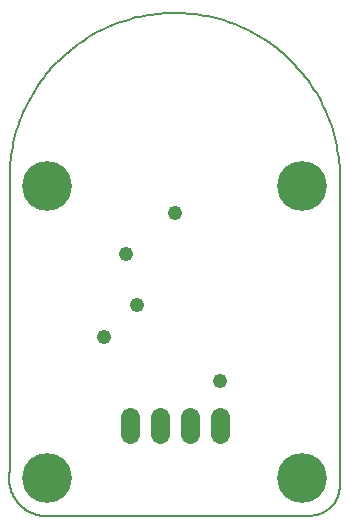
<source format=gbs>
G75*
%MOIN*%
%OFA0B0*%
%FSLAX25Y25*%
%IPPOS*%
%LPD*%
%AMOC8*
5,1,8,0,0,1.08239X$1,22.5*
%
%ADD10C,0.00500*%
%ADD11C,0.06343*%
%ADD12C,0.16611*%
%ADD13C,0.04800*%
D10*
X0011800Y0001800D02*
X0101800Y0001800D01*
X0102042Y0001803D01*
X0102283Y0001812D01*
X0102524Y0001826D01*
X0102765Y0001847D01*
X0103005Y0001873D01*
X0103245Y0001905D01*
X0103484Y0001943D01*
X0103721Y0001986D01*
X0103958Y0002036D01*
X0104193Y0002091D01*
X0104427Y0002151D01*
X0104659Y0002218D01*
X0104890Y0002289D01*
X0105119Y0002367D01*
X0105346Y0002450D01*
X0105571Y0002538D01*
X0105794Y0002632D01*
X0106014Y0002731D01*
X0106232Y0002836D01*
X0106447Y0002945D01*
X0106660Y0003060D01*
X0106870Y0003180D01*
X0107076Y0003305D01*
X0107280Y0003435D01*
X0107481Y0003570D01*
X0107678Y0003710D01*
X0107872Y0003854D01*
X0108062Y0004003D01*
X0108248Y0004157D01*
X0108431Y0004315D01*
X0108610Y0004477D01*
X0108785Y0004644D01*
X0108956Y0004815D01*
X0109123Y0004990D01*
X0109285Y0005169D01*
X0109443Y0005352D01*
X0109597Y0005538D01*
X0109746Y0005728D01*
X0109890Y0005922D01*
X0110030Y0006119D01*
X0110165Y0006320D01*
X0110295Y0006524D01*
X0110420Y0006730D01*
X0110540Y0006940D01*
X0110655Y0007153D01*
X0110764Y0007368D01*
X0110869Y0007586D01*
X0110968Y0007806D01*
X0111062Y0008029D01*
X0111150Y0008254D01*
X0111233Y0008481D01*
X0111311Y0008710D01*
X0111382Y0008941D01*
X0111449Y0009173D01*
X0111509Y0009407D01*
X0111564Y0009642D01*
X0111614Y0009879D01*
X0111657Y0010116D01*
X0111695Y0010355D01*
X0111727Y0010595D01*
X0111753Y0010835D01*
X0111774Y0011076D01*
X0111788Y0011317D01*
X0111797Y0011558D01*
X0111800Y0011800D01*
X0111800Y0111800D01*
X0111845Y0113140D01*
X0111857Y0114481D01*
X0111836Y0115821D01*
X0111783Y0117161D01*
X0111697Y0118499D01*
X0111578Y0119835D01*
X0111427Y0121167D01*
X0111244Y0122495D01*
X0111028Y0123819D01*
X0110780Y0125136D01*
X0110500Y0126447D01*
X0110188Y0127752D01*
X0109845Y0129048D01*
X0109470Y0130335D01*
X0109064Y0131613D01*
X0108627Y0132880D01*
X0108159Y0134137D01*
X0107661Y0135382D01*
X0107133Y0136614D01*
X0106574Y0137833D01*
X0105986Y0139038D01*
X0105369Y0140228D01*
X0104724Y0141403D01*
X0104049Y0142562D01*
X0103347Y0143705D01*
X0102617Y0144829D01*
X0101860Y0145936D01*
X0101077Y0147024D01*
X0100267Y0148092D01*
X0099431Y0149141D01*
X0098570Y0150169D01*
X0097684Y0151175D01*
X0096774Y0152160D01*
X0095840Y0153122D01*
X0094883Y0154061D01*
X0093904Y0154977D01*
X0092902Y0155868D01*
X0091879Y0156735D01*
X0090836Y0157576D01*
X0089772Y0158392D01*
X0088688Y0159182D01*
X0087586Y0159945D01*
X0086465Y0160682D01*
X0085327Y0161390D01*
X0084172Y0162071D01*
X0083000Y0162723D01*
X0081813Y0163347D01*
X0080612Y0163941D01*
X0079396Y0164507D01*
X0078167Y0165042D01*
X0076925Y0165547D01*
X0075671Y0166022D01*
X0074406Y0166466D01*
X0073130Y0166879D01*
X0071845Y0167262D01*
X0070551Y0167612D01*
X0069248Y0167931D01*
X0067939Y0168218D01*
X0066623Y0168474D01*
X0065300Y0168697D01*
X0063973Y0168888D01*
X0062642Y0169046D01*
X0061307Y0169172D01*
X0059970Y0169266D01*
X0058630Y0169327D01*
X0057290Y0169355D01*
X0055949Y0169350D01*
X0054609Y0169313D01*
X0053270Y0169244D01*
X0051933Y0169141D01*
X0050599Y0169007D01*
X0049268Y0168839D01*
X0047943Y0168640D01*
X0046622Y0168408D01*
X0045307Y0168144D01*
X0044000Y0167848D01*
X0042699Y0167521D01*
X0041408Y0167162D01*
X0040125Y0166771D01*
X0038852Y0166349D01*
X0037590Y0165897D01*
X0036339Y0165414D01*
X0035101Y0164901D01*
X0033875Y0164357D01*
X0032663Y0163784D01*
X0031465Y0163182D01*
X0030282Y0162550D01*
X0029115Y0161890D01*
X0027964Y0161202D01*
X0026831Y0160486D01*
X0025715Y0159742D01*
X0024618Y0158972D01*
X0023539Y0158175D01*
X0022481Y0157352D01*
X0021443Y0156504D01*
X0020426Y0155630D01*
X0019430Y0154732D01*
X0018456Y0153810D01*
X0017506Y0152865D01*
X0016578Y0151896D01*
X0015675Y0150906D01*
X0014795Y0149893D01*
X0013941Y0148860D01*
X0013112Y0147806D01*
X0012309Y0146732D01*
X0011533Y0145639D01*
X0010783Y0144528D01*
X0010061Y0143398D01*
X0009366Y0142251D01*
X0008699Y0141088D01*
X0008061Y0139909D01*
X0007452Y0138714D01*
X0006872Y0137505D01*
X0006322Y0136283D01*
X0005802Y0135047D01*
X0005312Y0133799D01*
X0004852Y0132540D01*
X0004423Y0131269D01*
X0004026Y0129989D01*
X0003659Y0128699D01*
X0003324Y0127401D01*
X0003021Y0126095D01*
X0002750Y0124781D01*
X0002511Y0123462D01*
X0002304Y0122137D01*
X0002129Y0120808D01*
X0001987Y0119475D01*
X0001877Y0118139D01*
X0001800Y0116800D01*
X0001800Y0016800D01*
X0001743Y0016497D01*
X0001693Y0016193D01*
X0001651Y0015888D01*
X0001617Y0015582D01*
X0001589Y0015275D01*
X0001569Y0014968D01*
X0001557Y0014660D01*
X0001552Y0014352D01*
X0001555Y0014044D01*
X0001564Y0013736D01*
X0001582Y0013428D01*
X0001607Y0013121D01*
X0001639Y0012815D01*
X0001678Y0012509D01*
X0001725Y0012205D01*
X0001780Y0011902D01*
X0001841Y0011600D01*
X0001910Y0011300D01*
X0001986Y0011001D01*
X0002070Y0010704D01*
X0002160Y0010410D01*
X0002258Y0010118D01*
X0002362Y0009828D01*
X0002474Y0009541D01*
X0002592Y0009256D01*
X0002717Y0008975D01*
X0002849Y0008697D01*
X0002988Y0008422D01*
X0003134Y0008150D01*
X0003285Y0007882D01*
X0003444Y0007618D01*
X0003608Y0007357D01*
X0003779Y0007101D01*
X0003956Y0006849D01*
X0004139Y0006601D01*
X0004328Y0006358D01*
X0004523Y0006119D01*
X0004724Y0005885D01*
X0004930Y0005656D01*
X0005141Y0005433D01*
X0005358Y0005214D01*
X0005581Y0005000D01*
X0005808Y0004792D01*
X0006040Y0004590D01*
X0006277Y0004393D01*
X0006519Y0004202D01*
X0006765Y0004017D01*
X0007016Y0003838D01*
X0007271Y0003665D01*
X0007530Y0003498D01*
X0007793Y0003338D01*
X0008059Y0003184D01*
X0008330Y0003036D01*
X0008604Y0002895D01*
X0008881Y0002761D01*
X0009161Y0002634D01*
X0009445Y0002513D01*
X0009731Y0002399D01*
X0010020Y0002292D01*
X0010311Y0002192D01*
X0010605Y0002099D01*
X0010901Y0002013D01*
X0011199Y0001935D01*
X0011499Y0001864D01*
X0011800Y0001800D01*
D11*
X0041800Y0029028D02*
X0041800Y0034572D01*
X0051800Y0034572D02*
X0051800Y0029028D01*
X0061800Y0029028D02*
X0061800Y0034572D01*
X0071800Y0034572D02*
X0071800Y0029028D01*
D12*
X0099300Y0014300D03*
X0099300Y0111800D03*
X0014300Y0111800D03*
X0014300Y0014300D03*
D13*
X0033300Y0061200D03*
X0044100Y0072000D03*
X0040500Y0089100D03*
X0057000Y0102600D03*
X0072000Y0046800D03*
M02*

</source>
